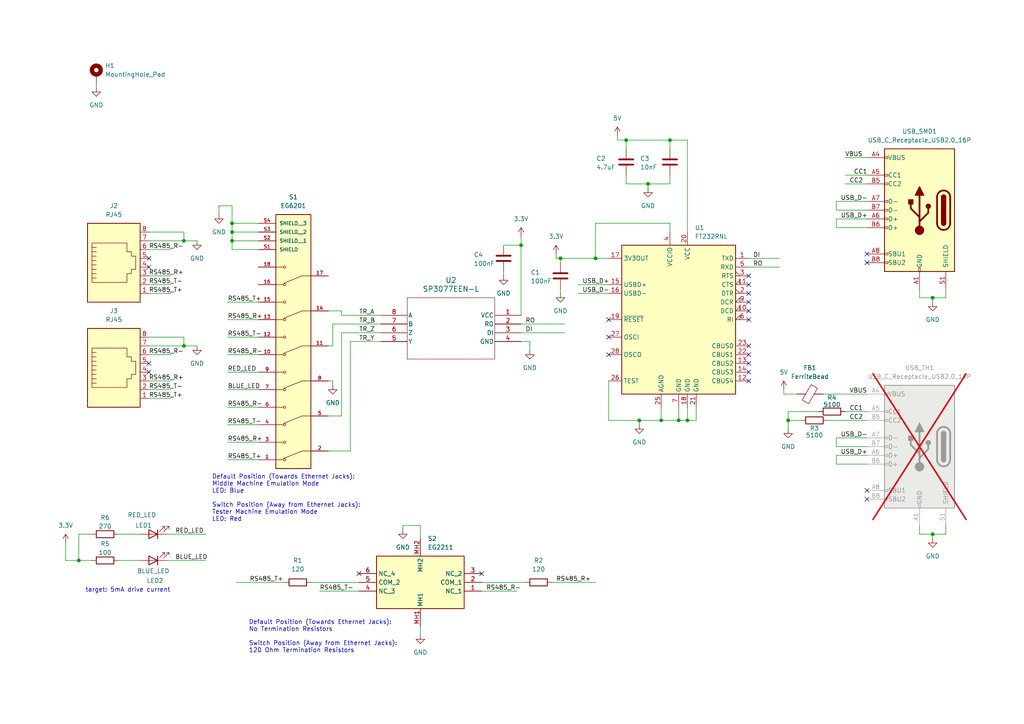
<source format=kicad_sch>
(kicad_sch (version 20250114) (generator "eeschema") (generator_version "9.0")
  (paper "A4")
  (title_block (date "2025"))
  (lib_symbols
    (symbol "2025-05-07_08-14-53:SP3077EEN-L" (pin_names (offset 0.254))
      (property "Reference" "U" (at 20.32 10.16 0))
      (property "Value" "SP3077EEN-L" (at 20.32 7.62 0))
      (symbol "SP3077EEN-L_0_1"
        (polyline (pts (xy 7.62 5.08) (xy 7.62 -12.7)) (stroke (width 0.127)))
        (polyline (pts (xy 7.62 -12.7) (xy 33.02 -12.7)) (stroke (width 0.127)))
        (polyline (pts (xy 33.02 5.08) (xy 7.62 5.08)) (stroke (width 0.127)))
        (polyline (pts (xy 33.02 -12.7) (xy 33.02 5.08)) (stroke (width 0.127)))
        (pin power_in line (at 0 0 0) (length 7.62) (name "VCC") (number "1"))
        (pin output line (at 0 -2.54 0) (length 7.62) (name "RO") (number "2"))
        (pin input line (at 0 -5.08 0) (length 7.62) (name "DI") (number "3"))
        (pin power_out line (at 0 -7.62 0) (length 7.62) (name "GND") (number "4"))
        (pin input line (at 40.64 0 180) (length 7.62) (name "A") (number "8"))
        (pin input line (at 40.64 -2.54 180) (length 7.62) (name "B") (number "7"))
        (pin output line (at 40.64 -5.08 180) (length 7.62) (name "Z") (number "6"))
        (pin output line (at 40.64 -7.62 180) (length 7.62) (name "Y") (number "5"))
      )
    )
    (symbol "Connector:RJ45" (pin_names (offset 1.016))
      (property "Reference" "J" (at -5.08 13.97 0))
      (property "Value" "RJ45" (at 2.54 13.97 0))
      (symbol "RJ45_0_1"
        (polyline (pts (xy -6.35 1.905) (xy -5.08 1.905) (xy -5.08 1.905)))
        (polyline (pts (xy -6.35 0.635) (xy -5.08 0.635) (xy -5.08 0.635)))
        (polyline (pts (xy -6.35 -0.635) (xy -5.08 -0.635) (xy -5.08 -0.635)))
        (polyline (pts (xy -6.35 -1.905) (xy -5.08 -1.905) (xy -5.08 -1.905)))
        (polyline (pts (xy -6.35 -3.175) (xy -5.08 -3.175) (xy -5.08 -3.175)))
        (polyline (pts (xy -6.35 -4.445) (xy -6.35 6.985) (xy 3.81 6.985) (xy 3.81 4.445) (xy 5.08 4.445) (xy 5.08 3.175) (xy 6.35 3.175) (xy 6.35 -0.635) (xy 5.08 -0.635) (xy 5.08 -1.905) (xy 3.81 -1.905) (xy 3.81 -4.445) (xy -6.35 -4.445) (xy -6.35 -4.445)))
        (polyline (pts (xy -5.08 5.715) (xy -6.35 5.715)))
        (polyline (pts (xy -5.08 4.445) (xy -6.35 4.445)))
        (polyline (pts (xy -5.08 3.175) (xy -6.35 3.175) (xy -6.35 3.175)))
        (rectangle (start 7.62 12.7) (end -7.62 -10.16) (stroke (width 0.254)) (fill (type background)))
      )
      (symbol "RJ45_1_1"
        (pin passive line (at 10.16 10.16 180) (length 2.54) (name "~") (number "8"))
        (pin passive line (at 10.16 7.62 180) (length 2.54) (name "~") (number "7"))
        (pin passive line (at 10.16 5.08 180) (length 2.54) (name "~") (number "6"))
        (pin passive line (at 10.16 2.54 180) (length 2.54) (name "~") (number "5"))
        (pin passive line (at 10.16 0 180) (length 2.54) (name "~") (number "4"))
        (pin passive line (at 10.16 -2.54 180) (length 2.54) (name "~") (number "3"))
        (pin passive line (at 10.16 -5.08 180) (length 2.54) (name "~") (number "2"))
        (pin passive line (at 10.16 -7.62 180) (length 2.54) (name "~") (number "1"))
      )
    )
    (symbol "Connector:USB_C_Receptacle_USB2.0_16P" (pin_names (offset 1.016))
      (property "Reference" "J" (at 0 22.225 0))
      (property "Value" "USB_C_Receptacle_USB2.0_16P" (at 0 19.685 0))
      (symbol "USB_C_Receptacle_USB2.0_16P_0_0"
        (rectangle (start -0.254 -17.78) (end 0.254 -16.764))
        (rectangle (start 10.16 15.494) (end 9.144 14.986))
        (rectangle (start 10.16 10.414) (end 9.144 9.906))
        (rectangle (start 10.16 7.874) (end 9.144 7.366))
        (rectangle (start 10.16 2.794) (end 9.144 2.286))
        (rectangle (start 10.16 0.254) (end 9.144 -0.254))
        (rectangle (start 10.16 -2.286) (end 9.144 -2.794))
        (rectangle (start 10.16 -4.826) (end 9.144 -5.334))
        (rectangle (start 10.16 -12.446) (end 9.144 -12.954))
        (rectangle (start 10.16 -14.986) (end 9.144 -15.494))
      )
      (symbol "USB_C_Receptacle_USB2.0_16P_0_1"
        (rectangle (start -10.16 17.78) (end 10.16 -17.78) (stroke (width 0.254)) (fill (type background)))
        (polyline (pts (xy -8.89 -3.81) (xy -8.89 3.81)) (stroke (width 0.508)))
        (rectangle (start -7.62 -3.81) (end -6.35 3.81) (stroke (width 0.254)) (fill (type outline)))
        (arc (start -7.62 3.81) (mid -6.985 4.4423) (end -6.35 3.81) (stroke (width 0.254)))
        (arc (start -7.62 3.81) (mid -6.985 4.4423) (end -6.35 3.81) (stroke (width 0.254)) (fill (type outline)))
        (arc (start -8.89 3.81) (mid -6.985 5.7067) (end -5.08 3.81) (stroke (width 0.508)))
        (arc (start -5.08 -3.81) (mid -6.985 -5.7067) (end -8.89 -3.81) (stroke (width 0.508)))
        (arc (start -6.35 -3.81) (mid -6.985 -4.4423) (end -7.62 -3.81) (stroke (width 0.254)))
        (arc (start -6.35 -3.81) (mid -6.985 -4.4423) (end -7.62 -3.81) (stroke (width 0.254)) (fill (type outline)))
        (polyline (pts (xy -5.08 3.81) (xy -5.08 -3.81)) (stroke (width 0.508)))
        (circle (center -2.54 1.143) (radius 0.635) (stroke (width 0.254)) (fill (type outline)))
        (polyline (pts (xy -1.27 4.318) (xy 0 6.858) (xy 1.27 4.318) (xy -1.27 4.318)) (stroke (width 0.254)) (fill (type outline)))
        (polyline (pts (xy 0 -2.032) (xy 2.54 0.508) (xy 2.54 1.778)) (stroke (width 0.508)))
        (polyline (pts (xy 0 -3.302) (xy -2.54 -0.762) (xy -2.54 0.508)) (stroke (width 0.508)))
        (polyline (pts (xy 0 -5.842) (xy 0 4.318)) (stroke (width 0.508)))
        (circle (center 0 -5.842) (radius 1.27) (fill (type outline)))
        (rectangle (start 1.905 1.778) (end 3.175 3.048) (stroke (width 0.254)) (fill (type outline)))
      )
      (symbol "USB_C_Receptacle_USB2.0_16P_1_1"
        (pin passive line (at -7.62 -22.86 90) (length 5.08) (name "SHIELD") (number "S1"))
        (pin passive line (at 0 -22.86 90) (length 5.08) (name "GND") (number "A1"))
        (pin passive line (at 0 -22.86 90) (length 5.08) (hide yes) (name "GND") (number "A12"))
        (pin passive line (at 0 -22.86 90) (length 5.08) (hide yes) (name "GND") (number "B1"))
        (pin passive line (at 0 -22.86 90) (length 5.08) (hide yes) (name "GND") (number "B12"))
        (pin passive line (at 15.24 15.24 180) (length 5.08) (name "VBUS") (number "A4"))
        (pin passive line (at 15.24 15.24 180) (length 5.08) (hide yes) (name "VBUS") (number "A9"))
        (pin passive line (at 15.24 15.24 180) (length 5.08) (hide yes) (name "VBUS") (number "B4"))
        (pin passive line (at 15.24 15.24 180) (length 5.08) (hide yes) (name "VBUS") (number "B9"))
        (pin bidirectional line (at 15.24 10.16 180) (length 5.08) (name "CC1") (number "A5"))
        (pin bidirectional line (at 15.24 7.62 180) (length 5.08) (name "CC2") (number "B5"))
        (pin bidirectional line (at 15.24 2.54 180) (length 5.08) (name "D-") (number "A7"))
        (pin bidirectional line (at 15.24 0 180) (length 5.08) (name "D-") (number "B7"))
        (pin bidirectional line (at 15.24 -2.54 180) (length 5.08) (name "D+") (number "A6"))
        (pin bidirectional line (at 15.24 -5.08 180) (length 5.08) (name "D+") (number "B6"))
        (pin bidirectional line (at 15.24 -12.7 180) (length 5.08) (name "SBU1") (number "A8"))
        (pin bidirectional line (at 15.24 -15.24 180) (length 5.08) (name "SBU2") (number "B8"))
      )
    )
    (symbol "Device:C" (pin_numbers (hide yes)) (pin_names (offset 0.254))
      (property "Reference" "C" (at 0.635 2.54 0))
      (property "Value" "C" (at 0.635 -2.54 0))
      (symbol "C_0_1"
        (polyline (pts (xy -2.032 0.762) (xy 2.032 0.762)) (stroke (width 0.508)))
        (polyline (pts (xy -2.032 -0.762) (xy 2.032 -0.762)) (stroke (width 0.508)))
      )
      (symbol "C_1_1"
        (pin passive line (at 0 3.81 270) (length 2.794) (name "~") (number "1"))
        (pin passive line (at 0 -3.81 90) (length 2.794) (name "~") (number "2"))
      )
    )
    (symbol "Device:FerriteBead" (pin_numbers (hide yes)) (pin_names (offset 0))
      (property "Reference" "FB" (at -3.81 0.635 90))
      (property "Value" "FerriteBead" (at 3.81 0 90))
      (symbol "FerriteBead_0_1"
        (polyline (pts (xy -2.7686 0.4064) (xy -1.7018 2.2606) (xy 2.7686 -0.3048) (xy 1.6764 -2.159) (xy -2.7686 0.4064)))
        (polyline (pts (xy 0 1.27) (xy 0 1.2954)))
        (polyline (pts (xy 0 -1.27) (xy 0 -1.2192)))
      )
      (symbol "FerriteBead_1_1"
        (pin passive line (at 0 3.81 270) (length 2.54) (name "~") (number "1"))
        (pin passive line (at 0 -3.81 90) (length 2.54) (name "~") (number "2"))
      )
    )
    (symbol "Device:LED" (pin_numbers (hide yes)) (pin_names (offset 1.016) (hide yes))
      (property "Reference" "D" (at 0 2.54 0))
      (property "Value" "LED" (at 0 -2.54 0))
      (symbol "LED_0_1"
        (polyline (pts (xy -3.048 -0.762) (xy -4.572 -2.286) (xy -3.81 -2.286) (xy -4.572 -2.286) (xy -4.572 -1.524)))
        (polyline (pts (xy -1.778 -0.762) (xy -3.302 -2.286) (xy -2.54 -2.286) (xy -3.302 -2.286) (xy -3.302 -1.524)))
        (polyline (pts (xy -1.27 0) (xy 1.27 0)))
        (polyline (pts (xy -1.27 -1.27) (xy -1.27 1.27)) (stroke (width 0.254)))
        (polyline (pts (xy 1.27 -1.27) (xy 1.27 1.27) (xy -1.27 0) (xy 1.27 -1.27)) (stroke (width 0.254)))
      )
      (symbol "LED_1_1"
        (pin passive line (at -3.81 0 0) (length 2.54) (name "K") (number "1"))
        (pin passive line (at 3.81 0 180) (length 2.54) (name "A") (number "2"))
      )
    )
    (symbol "Device:R" (pin_numbers (hide yes)) (pin_names (offset 0))
      (property "Reference" "R" (at 2.032 0 90))
      (property "Value" "R" (at 0 0 90))
      (symbol "R_0_1"
        (rectangle (start -1.016 -2.54) (end 1.016 2.54) (stroke (width 0.254)))
      )
      (symbol "R_1_1"
        (pin passive line (at 0 3.81 270) (length 1.27) (name "~") (number "1"))
        (pin passive line (at 0 -3.81 90) (length 1.27) (name "~") (number "2"))
      )
    )
    (symbol "EG2211:EG2211"
      (property "Reference" "S" (at 21.59 17.78 0))
      (property "Value" "EG2211" (at 21.59 15.24 0))
      (symbol "EG2211_1_1"
        (rectangle (start 5.08 12.7) (end 20.32 -12.7) (stroke (width 0.254)) (fill (type background)))
        (pin passive line (at 0 0 0) (length 5.08) (name "MH1") (number "MH1"))
        (pin passive line (at 10.16 17.78 270) (length 5.08) (name "NC_3") (number "4"))
        (pin passive line (at 10.16 -17.78 90) (length 5.08) (name "NC_1") (number "1"))
        (pin passive line (at 12.7 17.78 270) (length 5.08) (name "COM_2") (number "5"))
        (pin passive line (at 12.7 -17.78 90) (length 5.08) (name "COM_1") (number "2"))
        (pin passive line (at 15.24 17.78 270) (length 5.08) (name "NC_4") (number "6"))
        (pin passive line (at 15.24 -17.78 90) (length 5.08) (name "NC_2") (number "3"))
        (pin passive line (at 25.4 0 180) (length 5.08) (name "MH2") (number "MH2"))
      )
    )
    (symbol "EG6201:EG6201" (pin_names (offset 1.016))
      (property "Reference" "S" (at -5.08 35.56 0))
      (property "Value" "EG6201" (at -5.08 -43.18 0))
      (symbol "EG6201_0_0"
        (rectangle (start -5.08 -40.64) (end 5.08 33.02) (stroke (width 0.254)) (fill (type background)))
        (polyline (pts (xy -2.54 27.94) (xy -5.08 27.94)) (stroke (width 0.1524)))
        (polyline (pts (xy -2.54 27.94) (xy 2.794 30.0736)) (stroke (width 0.1524)))
        (polyline (pts (xy -2.54 17.78) (xy -5.08 17.78)) (stroke (width 0.1524)))
        (polyline (pts (xy -2.54 17.78) (xy 2.794 19.9136)) (stroke (width 0.1524)))
        (polyline (pts (xy -2.54 7.62) (xy -5.08 7.62)) (stroke (width 0.1524)))
        (polyline (pts (xy -2.54 7.62) (xy 2.794 9.7536)) (stroke (width 0.1524)))
        (polyline (pts (xy -2.54 -2.54) (xy -5.08 -2.54)) (stroke (width 0.1524)))
        (polyline (pts (xy -2.54 -2.54) (xy 2.794 -0.4064)) (stroke (width 0.1524)))
        (polyline (pts (xy -2.54 -12.7) (xy -5.08 -12.7)) (stroke (width 0.1524)))
        (polyline (pts (xy -2.54 -12.7) (xy 2.794 -10.5664)) (stroke (width 0.1524)))
        (polyline (pts (xy -2.54 -22.86) (xy -5.08 -22.86)) (stroke (width 0.1524)))
        (polyline (pts (xy -2.54 -22.86) (xy 2.794 -20.7264)) (stroke (width 0.1524)))
        (circle (center 2.54 30.48) (radius 0.3302) (stroke (width 0.1524)))
        (circle (center 2.54 25.4) (radius 0.3302) (stroke (width 0.1524)))
        (circle (center 2.54 20.32) (radius 0.3302) (stroke (width 0.1524)))
        (circle (center 2.54 15.24) (radius 0.3302) (stroke (width 0.1524)))
        (circle (center 2.54 10.16) (radius 0.3302) (stroke (width 0.1524)))
        (circle (center 2.54 5.08) (radius 0.3302) (stroke (width 0.1524)))
        (circle (center 2.54 0) (radius 0.3302) (stroke (width 0.1524)))
        (circle (center 2.54 -5.08) (radius 0.3302) (stroke (width 0.1524)))
        (circle (center 2.54 -10.16) (radius 0.3302) (stroke (width 0.1524)))
        (circle (center 2.54 -15.24) (radius 0.3302) (stroke (width 0.1524)))
        (circle (center 2.54 -20.32) (radius 0.3302) (stroke (width 0.1524)))
        (circle (center 2.54 -25.4) (radius 0.3302) (stroke (width 0.1524)))
        (polyline (pts (xy 5.08 30.48) (xy 2.921 30.48)) (stroke (width 0.1524)))
        (polyline (pts (xy 5.08 25.4) (xy 2.921 25.4)) (stroke (width 0.1524)))
        (polyline (pts (xy 5.08 20.32) (xy 2.921 20.32)) (stroke (width 0.1524)))
        (polyline (pts (xy 5.08 15.24) (xy 2.921 15.24)) (stroke (width 0.1524)))
        (polyline (pts (xy 5.08 10.16) (xy 2.921 10.16)) (stroke (width 0.1524)))
        (polyline (pts (xy 5.08 5.08) (xy 2.921 5.08)) (stroke (width 0.1524)))
        (polyline (pts (xy 5.08 0) (xy 2.921 0)) (stroke (width 0.1524)))
        (polyline (pts (xy 5.08 -5.08) (xy 2.921 -5.08)) (stroke (width 0.1524)))
        (polyline (pts (xy 5.08 -10.16) (xy 2.921 -10.16)) (stroke (width 0.1524)))
        (polyline (pts (xy 5.08 -15.24) (xy 2.921 -15.24)) (stroke (width 0.1524)))
        (polyline (pts (xy 5.08 -20.32) (xy 2.921 -20.32)) (stroke (width 0.1524)))
        (polyline (pts (xy 5.08 -25.4) (xy 2.921 -25.4)) (stroke (width 0.1524)))
        (pin passive line (at -10.16 27.94 0) (length 5.08) (name "~") (number "2"))
        (pin passive line (at -10.16 17.78 0) (length 5.08) (name "~") (number "5"))
        (pin passive line (at -10.16 7.62 0) (length 5.08) (name "~") (number "8"))
        (pin passive line (at -10.16 -2.54 0) (length 5.08) (name "~") (number "11"))
        (pin passive line (at -10.16 -12.7 0) (length 5.08) (name "~") (number "14"))
        (pin passive line (at -10.16 -22.86 0) (length 5.08) (name "~") (number "17"))
        (pin passive line (at 10.16 30.48 180) (length 5.08) (name "~") (number "1"))
        (pin passive line (at 10.16 25.4 180) (length 5.08) (name "~") (number "3"))
        (pin passive line (at 10.16 20.32 180) (length 5.08) (name "~") (number "4"))
        (pin passive line (at 10.16 15.24 180) (length 5.08) (name "~") (number "6"))
        (pin passive line (at 10.16 10.16 180) (length 5.08) (name "~") (number "7"))
        (pin passive line (at 10.16 5.08 180) (length 5.08) (name "~") (number "9"))
        (pin passive line (at 10.16 0 180) (length 5.08) (name "~") (number "10"))
        (pin passive line (at 10.16 -5.08 180) (length 5.08) (name "~") (number "12"))
        (pin passive line (at 10.16 -10.16 180) (length 5.08) (name "~") (number "13"))
        (pin passive line (at 10.16 -15.24 180) (length 5.08) (name "~") (number "15"))
        (pin passive line (at 10.16 -20.32 180) (length 5.08) (name "~") (number "16"))
        (pin passive line (at 10.16 -25.4 180) (length 5.08) (name "~") (number "18"))
        (pin passive line (at 10.16 -30.48 180) (length 5.08) (name "SHIELD") (number "S1"))
        (pin passive line (at 10.16 -33.02 180) (length 5.08) (name "SHIELD__1") (number "S2"))
        (pin passive line (at 10.16 -35.56 180) (length 5.08) (name "SHIELD__2") (number "S3"))
        (pin passive line (at 10.16 -38.1 180) (length 5.08) (name "SHIELD__3") (number "S4"))
      )
    )
    (symbol "Interface_USB:FT232RL"
      (property "Reference" "U" (at -16.51 22.86 0))
      (property "Value" "FT232RL" (at 10.16 22.86 0))
      (symbol "FT232RL_0_1"
        (rectangle (start -16.51 21.59) (end 16.51 -21.59) (stroke (width 0.254)) (fill (type background)))
      )
      (symbol "FT232RL_1_1"
        (pin power_out line (at -20.32 17.78 0) (length 3.81) (name "3V3OUT") (number "17"))
        (pin bidirectional line (at -20.32 10.16 0) (length 3.81) (name "USBD+") (number "15"))
        (pin bidirectional line (at -20.32 7.62 0) (length 3.81) (name "USBD-") (number "16"))
        (pin input line (at -20.32 0 0) (length 3.81) (name "~{RESET}") (number "19"))
        (pin input line (at -20.32 -5.08 0) (length 3.81) (name "OSCI") (number "27"))
        (pin output line (at -20.32 -10.16 0) (length 3.81) (name "OSCO") (number "28"))
        (pin input line (at -20.32 -17.78 0) (length 3.81) (name "TEST") (number "26"))
        (pin power_in line (at -5.08 -25.4 90) (length 3.81) (name "AGND") (number "25"))
        (pin power_in line (at -2.54 25.4 270) (length 3.81) (name "VCCIO") (number "4"))
        (pin power_in line (at 0 -25.4 90) (length 3.81) (name "GND") (number "7"))
        (pin power_in line (at 2.54 25.4 270) (length 3.81) (name "VCC") (number "20"))
        (pin power_in line (at 2.54 -25.4 90) (length 3.81) (name "GND") (number "18"))
        (pin power_in line (at 5.08 -25.4 90) (length 3.81) (name "GND") (number "21"))
        (pin output line (at 20.32 17.78 180) (length 3.81) (name "TXD") (number "1"))
        (pin input line (at 20.32 15.24 180) (length 3.81) (name "RXD") (number "5"))
        (pin output output_low (at 20.32 12.7 180) (length 3.81) (name "RTS") (number "3"))
        (pin input input_low (at 20.32 10.16 180) (length 3.81) (name "CTS") (number "11"))
        (pin output output_low (at 20.32 7.62 180) (length 3.81) (name "DTR") (number "2"))
        (pin input input_low (at 20.32 5.08 180) (length 3.81) (name "DCR") (number "9"))
        (pin input input_low (at 20.32 2.54 180) (length 3.81) (name "DCD") (number "10"))
        (pin input input_low (at 20.32 0 180) (length 3.81) (name "RI") (number "6"))
        (pin bidirectional line (at 20.32 -7.62 180) (length 3.81) (name "CBUS0") (number "23"))
        (pin bidirectional line (at 20.32 -10.16 180) (length 3.81) (name "CBUS1") (number "22"))
        (pin bidirectional line (at 20.32 -12.7 180) (length 3.81) (name "CBUS2") (number "13"))
        (pin bidirectional line (at 20.32 -15.24 180) (length 3.81) (name "CBUS3") (number "14"))
        (pin bidirectional line (at 20.32 -17.78 180) (length 3.81) (name "CBUS4") (number "12"))
      )
    )
    (symbol "Mechanical:MountingHole_Pad" (pin_numbers (hide yes)) (pin_names (offset 1.016) (hide yes)) (in_bom no)
      (property "Reference" "H" (at 0 6.35 0))
      (property "Value" "MountingHole_Pad" (at 0 4.445 0))
      (symbol "MountingHole_Pad_0_1"
        (circle (center 0 1.27) (radius 1.27) (stroke (width 1.27)))
      )
      (symbol "MountingHole_Pad_1_1"
        (pin input line (at 0 -2.54 90) (length 2.54) (name "1") (number "1"))
      )
    )
    (symbol "power:+3.3V" (power) (pin_numbers (hide yes)) (pin_names (offset 0) (hide yes))
      (property "Value" "+3.3V" (at 0 3.556 0))
      (symbol "+3.3V_0_1"
        (polyline (pts (xy -0.762 1.27) (xy 0 2.54)))
        (polyline (pts (xy 0 2.54) (xy 0.762 1.27)))
        (polyline (pts (xy 0 0) (xy 0 2.54)))
      )
      (symbol "+3.3V_1_1"
        (pin power_in line (at 0 0 90) (length 0) (name "~") (number "1"))
      )
    )
    (symbol "power:+5V" (power) (pin_numbers (hide yes)) (pin_names (offset 0) (hide yes))
      (property "Value" "+5V" (at 0 3.556 0))
      (symbol "+5V_0_1"
        (polyline (pts (xy -0.762 1.27) (xy 0 2.54)))
        (polyline (pts (xy 0 2.54) (xy 0.762 1.27)))
        (polyline (pts (xy 0 0) (xy 0 2.54)))
      )
      (symbol "+5V_1_1"
        (pin power_in line (at 0 0 90) (length 0) (name "~") (number "1"))
      )
    )
    (symbol "power:GND" (power) (pin_numbers (hide yes)) (pin_names (offset 0) (hide yes))
      (property "Value" "GND" (at 0 -3.81 0))
      (symbol "GND_0_1"
        (polyline (pts (xy 0 0) (xy 0 -1.27) (xy 1.27 -1.27) (xy 0 -2.54) (xy -1.27 -1.27) (xy 0 -1.27)))
      )
      (symbol "GND_1_1"
        (pin power_in line (at 0 0 270) (length 0) (name "~") (number "1"))
      )
    )
  )
  (text "Default Position (Towards Ethernet Jacks):\nMiddle Machine Emulation Mode\nLED: Blue\n\nSwitch Position (Away from Ethernet Jacks):\nTester Machine Emulation Mode\nLED: Red" (at 61.468 144.526 0) (effects (font (size 1.27 1.27)) (justify left)))
  (text "target: 5mA drive current" (at 37.084 171.196 0) (effects (font (size 1.27 1.27))))
  (text "Default Position (Towards Ethernet Jacks):\nNo Termination Resistors\n\nSwitch Position (Away from Ethernet Jacks):\n120 Ohm Termination Resistors\n" (at 72.136 184.658 0) (effects (font (size 1.27 1.27)) (justify left)))
  (junction (at 181.61 40.64))
  (junction (at 228.6 121.92))
  (junction (at 67.31 64.77))
  (junction (at 270.51 86.36))
  (junction (at 187.96 53.34))
  (junction (at 22.86 162.56))
  (junction (at 151.13 71.12))
  (junction (at 199.39 121.92))
  (junction (at 162.56 74.93))
  (junction (at 196.85 121.92))
  (junction (at 194.31 40.64))
  (junction (at 53.34 69.85))
  (junction (at 53.34 100.33))
  (junction (at 185.42 121.92))
  (junction (at 191.77 121.92))
  (junction (at 67.31 67.31))
  (junction (at 172.72 74.93))
  (junction (at 270.51 154.94))
  (junction (at 67.31 69.85))
  (no_connect (at 217.17 82.55))
  (no_connect (at 217.17 87.63))
  (no_connect (at 43.18 107.95))
  (no_connect (at 217.17 105.41))
  (no_connect (at 217.17 102.87))
  (no_connect (at 176.53 97.79))
  (no_connect (at 251.46 76.2))
  (no_connect (at 104.14 166.37))
  (no_connect (at 43.18 77.47))
  (no_connect (at 217.17 90.17))
  (no_connect (at 217.17 100.33))
  (no_connect (at 176.53 92.71))
  (no_connect (at 139.7 166.37))
  (no_connect (at 251.46 144.78))
  (no_connect (at 217.17 80.01))
  (no_connect (at 251.46 73.66))
  (no_connect (at 217.17 85.09))
  (no_connect (at 217.17 92.71))
  (no_connect (at 176.53 102.87))
  (no_connect (at 217.17 107.95))
  (no_connect (at 217.17 110.49))
  (no_connect (at 251.46 142.24))
  (no_connect (at 43.18 105.41))
  (no_connect (at 43.18 74.93))
  (wire (pts (xy 194.31 50.8) (xy 194.31 53.34)))
  (wire (pts (xy 217.17 74.93) (xy 226.06 74.93)))
  (wire (pts (xy 151.13 68.58) (xy 151.13 71.12)))
  (wire (pts (xy 270.51 154.94) (xy 274.32 154.94)))
  (wire (pts (xy 167.64 85.09) (xy 176.53 85.09)))
  (wire (pts (xy 153.67 99.06) (xy 151.13 99.06)))
  (wire (pts (xy 53.34 100.33) (xy 57.15 100.33)))
  (wire (pts (xy 67.31 59.69) (xy 63.5 59.69)))
  (wire (pts (xy 101.6 99.06) (xy 101.6 130.81)))
  (wire (pts (xy 53.34 69.85) (xy 57.15 69.85)))
  (wire (pts (xy 179.07 40.64) (xy 181.61 40.64)))
  (wire (pts (xy 172.72 64.77) (xy 172.72 74.93)))
  (wire (pts (xy 66.04 113.03) (xy 74.93 113.03)))
  (wire (pts (xy 176.53 110.49) (xy 176.53 121.92)))
  (wire (pts (xy 66.04 97.79) (xy 74.93 97.79)))
  (wire (pts (xy 139.7 168.91) (xy 152.4 168.91)))
  (wire (pts (xy 96.52 93.98) (xy 96.52 100.33)))
  (wire (pts (xy 43.18 80.01) (xy 49.53 80.01)))
  (wire (pts (xy 242.57 66.04) (xy 251.46 66.04)))
  (wire (pts (xy 96.52 111.76) (xy 96.52 110.49)))
  (wire (pts (xy 191.77 121.92) (xy 185.42 121.92)))
  (wire (pts (xy 63.5 59.69) (xy 63.5 62.23)))
  (wire (pts (xy 67.31 64.77) (xy 67.31 67.31)))
  (wire (pts (xy 245.11 50.8) (xy 251.46 50.8)))
  (wire (pts (xy 242.57 127) (xy 242.57 129.54)))
  (wire (pts (xy 151.13 96.52) (xy 163.83 96.52)))
  (wire (pts (xy 270.51 86.36) (xy 274.32 86.36)))
  (wire (pts (xy 181.61 40.64) (xy 194.31 40.64)))
  (wire (pts (xy 266.7 152.4) (xy 266.7 154.94)))
  (wire (pts (xy 161.29 74.93) (xy 162.56 74.93)))
  (wire (pts (xy 196.85 121.92) (xy 191.77 121.92)))
  (wire (pts (xy 237.49 119.38) (xy 228.6 119.38)))
  (wire (pts (xy 242.57 134.62) (xy 251.46 134.62)))
  (wire (pts (xy 266.7 86.36) (xy 270.51 86.36)))
  (wire (pts (xy 22.86 162.56) (xy 19.05 162.56)))
  (wire (pts (xy 66.04 107.95) (xy 74.93 107.95)))
  (wire (pts (xy 26.67 154.94) (xy 22.86 154.94)))
  (wire (pts (xy 162.56 74.93) (xy 172.72 74.93)))
  (wire (pts (xy 146.05 78.74) (xy 146.05 80.01)))
  (wire (pts (xy 274.32 154.94) (xy 274.32 152.4)))
  (wire (pts (xy 251.46 127) (xy 242.57 127)))
  (wire (pts (xy 201.93 121.92) (xy 199.39 121.92)))
  (wire (pts (xy 187.96 54.61) (xy 187.96 53.34)))
  (wire (pts (xy 121.92 152.4) (xy 121.92 156.21)))
  (wire (pts (xy 232.41 121.92) (xy 228.6 121.92)))
  (wire (pts (xy 99.06 91.44) (xy 110.49 91.44)))
  (wire (pts (xy 194.31 64.77) (xy 172.72 64.77)))
  (wire (pts (xy 153.67 101.6) (xy 153.67 99.06)))
  (wire (pts (xy 151.13 71.12) (xy 151.13 91.44)))
  (wire (pts (xy 66.04 92.71) (xy 74.93 92.71)))
  (wire (pts (xy 43.18 115.57) (xy 49.53 115.57)))
  (wire (pts (xy 242.57 129.54) (xy 251.46 129.54)))
  (wire (pts (xy 99.06 90.17) (xy 95.25 90.17)))
  (wire (pts (xy 53.34 97.79) (xy 53.34 100.33)))
  (wire (pts (xy 121.92 181.61) (xy 121.92 184.15)))
  (wire (pts (xy 227.33 114.3) (xy 227.33 113.03)))
  (wire (pts (xy 101.6 130.81) (xy 95.25 130.81)))
  (wire (pts (xy 266.7 83.82) (xy 266.7 86.36)))
  (wire (pts (xy 274.32 86.36) (xy 274.32 83.82)))
  (wire (pts (xy 22.86 154.94) (xy 22.86 162.56)))
  (wire (pts (xy 181.61 53.34) (xy 187.96 53.34)))
  (wire (pts (xy 34.29 154.94) (xy 40.64 154.94)))
  (wire (pts (xy 43.18 82.55) (xy 49.53 82.55)))
  (wire (pts (xy 66.04 133.35) (xy 74.93 133.35)))
  (wire (pts (xy 67.31 67.31) (xy 74.93 67.31)))
  (wire (pts (xy 162.56 76.2) (xy 162.56 74.93)))
  (wire (pts (xy 179.07 39.37) (xy 179.07 40.64)))
  (wire (pts (xy 199.39 40.64) (xy 194.31 40.64)))
  (wire (pts (xy 101.6 99.06) (xy 110.49 99.06)))
  (wire (pts (xy 53.34 67.31) (xy 53.34 69.85)))
  (wire (pts (xy 199.39 67.31) (xy 199.39 40.64)))
  (wire (pts (xy 67.31 69.85) (xy 74.93 69.85)))
  (wire (pts (xy 270.51 154.94) (xy 270.51 156.21)))
  (wire (pts (xy 43.18 85.09) (xy 49.53 85.09)))
  (wire (pts (xy 176.53 121.92) (xy 185.42 121.92)))
  (wire (pts (xy 116.84 153.67) (xy 116.84 152.4)))
  (wire (pts (xy 67.31 67.31) (xy 67.31 69.85)))
  (wire (pts (xy 245.11 119.38) (xy 251.46 119.38)))
  (wire (pts (xy 191.77 118.11) (xy 191.77 121.92)))
  (wire (pts (xy 43.18 102.87) (xy 49.53 102.87)))
  (wire (pts (xy 34.29 162.56) (xy 40.64 162.56)))
  (wire (pts (xy 67.31 64.77) (xy 67.31 59.69)))
  (wire (pts (xy 240.03 121.92) (xy 251.46 121.92)))
  (wire (pts (xy 238.76 114.3) (xy 251.46 114.3)))
  (wire (pts (xy 270.51 86.36) (xy 270.51 87.63)))
  (wire (pts (xy 251.46 58.42) (xy 242.57 58.42)))
  (wire (pts (xy 99.06 120.65) (xy 95.25 120.65)))
  (wire (pts (xy 242.57 132.08) (xy 242.57 134.62)))
  (wire (pts (xy 251.46 63.5) (xy 242.57 63.5)))
  (wire (pts (xy 181.61 43.18) (xy 181.61 40.64)))
  (wire (pts (xy 139.7 171.45) (xy 149.86 171.45)))
  (wire (pts (xy 161.29 73.66) (xy 161.29 74.93)))
  (wire (pts (xy 26.67 162.56) (xy 22.86 162.56)))
  (wire (pts (xy 67.31 64.77) (xy 74.93 64.77)))
  (wire (pts (xy 99.06 96.52) (xy 99.06 120.65)))
  (wire (pts (xy 242.57 63.5) (xy 242.57 66.04)))
  (wire (pts (xy 217.17 77.47) (xy 226.06 77.47)))
  (wire (pts (xy 196.85 118.11) (xy 196.85 121.92)))
  (wire (pts (xy 162.56 83.82) (xy 162.56 85.09)))
  (wire (pts (xy 199.39 118.11) (xy 199.39 121.92)))
  (wire (pts (xy 43.18 97.79) (xy 53.34 97.79)))
  (wire (pts (xy 242.57 58.42) (xy 242.57 60.96)))
  (wire (pts (xy 172.72 74.93) (xy 176.53 74.93)))
  (wire (pts (xy 266.7 154.94) (xy 270.51 154.94)))
  (wire (pts (xy 228.6 121.92) (xy 228.6 124.46)))
  (wire (pts (xy 43.18 69.85) (xy 53.34 69.85)))
  (wire (pts (xy 116.84 152.4) (xy 121.92 152.4)))
  (wire (pts (xy 251.46 132.08) (xy 242.57 132.08)))
  (wire (pts (xy 245.11 45.72) (xy 251.46 45.72)))
  (wire (pts (xy 66.04 128.27) (xy 74.93 128.27)))
  (wire (pts (xy 48.26 162.56) (xy 59.69 162.56)))
  (wire (pts (xy 95.25 100.33) (xy 96.52 100.33)))
  (wire (pts (xy 185.42 121.92) (xy 185.42 123.19)))
  (wire (pts (xy 194.31 40.64) (xy 194.31 43.18)))
  (wire (pts (xy 19.05 162.56) (xy 19.05 157.48)))
  (wire (pts (xy 43.18 67.31) (xy 53.34 67.31)))
  (wire (pts (xy 90.17 168.91) (xy 104.14 168.91)))
  (wire (pts (xy 245.11 53.34) (xy 251.46 53.34)))
  (wire (pts (xy 151.13 71.12) (xy 146.05 71.12)))
  (wire (pts (xy 48.26 154.94) (xy 59.69 154.94)))
  (wire (pts (xy 199.39 121.92) (xy 196.85 121.92)))
  (wire (pts (xy 96.52 93.98) (xy 110.49 93.98)))
  (wire (pts (xy 242.57 60.96) (xy 251.46 60.96)))
  (wire (pts (xy 228.6 119.38) (xy 228.6 121.92)))
  (wire (pts (xy 92.71 171.45) (xy 104.14 171.45)))
  (wire (pts (xy 231.14 114.3) (xy 227.33 114.3)))
  (wire (pts (xy 43.18 110.49) (xy 49.53 110.49)))
  (wire (pts (xy 43.18 100.33) (xy 53.34 100.33)))
  (wire (pts (xy 66.04 118.11) (xy 74.93 118.11)))
  (wire (pts (xy 99.06 91.44) (xy 99.06 90.17)))
  (wire (pts (xy 160.02 168.91) (xy 172.72 168.91)))
  (wire (pts (xy 181.61 50.8) (xy 181.61 53.34)))
  (wire (pts (xy 27.94 24.13) (xy 27.94 25.4)))
  (wire (pts (xy 43.18 72.39) (xy 49.53 72.39)))
  (wire (pts (xy 74.93 72.39) (xy 67.31 72.39)))
  (wire (pts (xy 194.31 67.31) (xy 194.31 64.77)))
  (wire (pts (xy 194.31 53.34) (xy 187.96 53.34)))
  (wire (pts (xy 66.04 123.19) (xy 74.93 123.19)))
  (wire (pts (xy 167.64 82.55) (xy 176.53 82.55)))
  (wire (pts (xy 66.04 102.87) (xy 74.93 102.87)))
  (wire (pts (xy 96.52 110.49) (xy 95.25 110.49)))
  (wire (pts (xy 201.93 118.11) (xy 201.93 121.92)))
  (wire (pts (xy 68.58 168.91) (xy 82.55 168.91)))
  (wire (pts (xy 99.06 96.52) (xy 110.49 96.52)))
  (wire (pts (xy 67.31 69.85) (xy 67.31 72.39)))
  (wire (pts (xy 43.18 113.03) (xy 49.53 113.03)))
  (wire (pts (xy 151.13 93.98) (xy 163.83 93.98)))
  (wire (pts (xy 66.04 87.63) (xy 74.93 87.63)))
  (label "USB_D-" (at 243.84 58.42 0))
  (label "CC1" (at 246.38 119.38 0))
  (label "RO" (at 218.44 77.47 0))
  (label "DI" (at 218.44 74.93 0))
  (label "RS485_R+" (at 66.04 92.71 0))
  (label "CC2" (at 246.38 53.34 0))
  (label "DI" (at 152.4 96.52 0))
  (label "RS485_R-" (at 66.04 102.87 0))
  (label "RS485_T+" (at 66.04 87.63 0))
  (label "RS485_R+" (at 66.04 128.27 0))
  (label "USB_D+" (at 243.84 63.5 0))
  (label "RS485_R+" (at 43.18 110.49 0))
  (label "TR_B" (at 104.14 93.98 0))
  (label "TR_Y" (at 104.14 99.06 0))
  (label "RS485_R-" (at 43.18 102.87 0))
  (label "RED_LED" (at 66.04 107.95 0))
  (label "TR_Z" (at 104.14 96.52 0))
  (label "BLUE_LED" (at 66.04 113.03 0))
  (label "VBUS" (at 246.38 114.3 0))
  (label "USB_D+" (at 168.91 82.55 0))
  (label "USB_D-" (at 243.84 127 0))
  (label "USB_D+" (at 243.84 132.08 0))
  (label "RS485_T+" (at 72.39 168.91 0))
  (label "RS485_R+" (at 43.18 80.01 0))
  (label "RS485_T-" (at 66.04 123.19 0))
  (label "RS485_T+" (at 43.18 115.57 0))
  (label "RS485_T+" (at 66.04 133.35 0))
  (label "RS485_R-" (at 140.97 171.45 0))
  (label "RS485_R-" (at 43.18 72.39 0))
  (label "CC1" (at 247.65 50.8 0))
  (label "RS485_T-" (at 92.71 171.45 0))
  (label "TR_A" (at 104.14 91.44 0))
  (label "RS485_R+" (at 161.29 168.91 0))
  (label "RO" (at 152.4 93.98 0))
  (label "RS485_R-" (at 66.04 118.11 0))
  (label "USB_D-" (at 168.91 85.09 0))
  (label "RS485_T-" (at 43.18 82.55 0))
  (label "VBUS" (at 245.11 45.72 0))
  (label "BLUE_LED" (at 50.8 162.56 0))
  (label "RS485_T-" (at 43.18 113.03 0))
  (label "RS485_T+" (at 43.18 85.09 0))
  (label "CC2" (at 246.38 121.92 0))
  (label "RED_LED" (at 50.8 154.94 0))
  (label "RS485_T-" (at 66.04 97.79 0))
  (symbol (lib_id "Interface_USB:FT232RL") (at 196.85 92.71 0) (unit 1)
    (property "Reference" "U1" (at 201.5333 66.04 0) (effects (justify left)))
    (property "Value" "FT232RNL" (at 201.5333 68.58 0) (effects (justify left)))
    (property "Footprint" "Package_SO:SSOP-28_5.3x10.2mm_P0.65mm" (effects (hide yes)))
    (property "Datasheet" "https://www.ftdichip.com/Support/Documents/DataSheets/ICs/DS_FT232R.pdf" (effects (hide yes)))
    (property "Description" "USB to Serial Interface, SSOP-28" (effects (hide yes)))
    (property "Manufacturer_DIGIKEY" "FTDI" (effects (hide yes)))
    (property "PN_DIGIKEY" "FT232RNL-TUBE" (effects (hide yes)))
    (property "Manufacturer_ASIA" "FTDI" (effects (hide yes)))
    (property "PN_ASIA" "FT232RNL-REEL" (effects (hide yes)))
  )
  (symbol (lib_id "Device:R") (at 156.21 168.91 270) (unit 1)
    (property "Reference" "R2" (at 156.21 162.56 90))
    (property "Value" "120" (at 156.21 165.1 90))
    (property "Footprint" "Resistor_SMD:R_0603_1608Metric_Pad0.98x0.95mm_HandSolder" (effects (hide yes)))
    (property "Description" "Resistor" (effects (hide yes)))
    (property "Manufacturer_DIGIKEY" "Vishay Dale" (effects (hide yes)))
    (property "PN_DIGIKEY" "CRCW0603120RFKEA" (effects (hide yes)))
    (property "Manufacturer_ASIA" "UNI-ROYAL(Uniroyal Elec)" (effects (hide yes)))
    (property "PN_ASIA" "0603WAF1200T5E" (effects (hide yes)))
  )
  (symbol (lib_id "Connector:RJ45") (at 33.02 107.95 0) (unit 1)
    (property "Reference" "J3" (at 33.02 90.17 0))
    (property "Value" "RJ45" (at 33.02 92.71 0))
    (property "Footprint" "Connector_RJ:RJ45_Amphenol_54602-x08_Horizontal" (effects (hide yes)))
    (property "Description" "RJ connector, 8P8C (8 positions 8 connected)" (effects (hide yes)))
    (property "Manufacturer_DIGIKEY" "Amphenol ICC (FCI)" (effects (hide yes)))
    (property "PN_DIGIKEY" "54602-908LF" (effects (hide yes)))
    (property "Manufacturer_ASIA" "Amphenol ICC" (effects (hide yes)))
    (property "PN_ASIA" "54602-908LF" (effects (hide yes)))
  )
  (symbol (lib_id "power:GND") (at 146.05 80.01 0) (unit 1)
    (property "Reference" "#PWR019" (effects (hide yes)))
    (property "Value" "GND" (at 146.05 85.09 0))
    (property "Description" "Power symbol creates a global label with name \"GND\" , ground" (effects (hide yes)))
  )
  (symbol (lib_id "power:GND") (at 27.94 25.4 0) (unit 1)
    (property "Reference" "#PWR020" (effects (hide yes)))
    (property "Value" "GND" (at 27.94 30.48 0))
    (property "Description" "Power symbol creates a global label with name \"GND\" , ground" (effects (hide yes)))
  )
  (symbol (lib_id "Device:C") (at 162.56 80.01 0) (unit 1)
    (property "Reference" "C1" (at 153.924 78.994 0) (effects (justify left)))
    (property "Value" "100nF" (at 153.924 81.534 0) (effects (justify left)))
    (property "Footprint" "Capacitor_SMD:C_0603_1608Metric_Pad1.08x0.95mm_HandSolder" (effects (hide yes)))
    (property "Description" "Unpolarized capacitor" (effects (hide yes)))
    (property "Manufacturer_DIGIKEY" "YAGEO" (effects (hide yes)))
    (property "PN_DIGIKEY" "CC0603KRX7R7BB104" (effects (hide yes)))
    (property "Manufacturer_ASIA" "YAGEO" (effects (hide yes)))
    (property "PN_ASIA" "CC0603KRX7R9BB104" (effects (hide yes)))
  )
  (symbol (lib_id "power:GND") (at 96.52 111.76 0) (unit 1)
    (property "Reference" "#PWR04" (effects (hide yes)))
    (property "Value" "GND" (at 96.52 116.84 0))
    (property "Description" "Power symbol creates a global label with name \"GND\" , ground" (effects (hide yes)))
  )
  (symbol (lib_id "Device:R") (at 236.22 121.92 90) (unit 1)
    (property "Reference" "R3" (at 236.22 124.206 90))
    (property "Value" "5100" (at 236.22 126.238 90))
    (property "Footprint" "Resistor_SMD:R_0603_1608Metric_Pad0.98x0.95mm_HandSolder" (effects (hide yes)))
    (property "Description" "Resistor" (effects (hide yes)))
    (property "Manufacturer_DIGIKEY" "Vishay Dale" (effects (hide yes)))
    (property "PN_DIGIKEY" "RCS06035K10FKEA" (effects (hide yes)))
    (property "Manufacturer_ASIA" "UNI-ROYAL(Uniroyal Elec)" (effects (hide yes)))
    (property "PN_ASIA" "0603WAF5101T5E" (effects (hide yes)))
  )
  (symbol (lib_id "Device:FerriteBead") (at 234.95 114.3 90) (unit 1)
    (property "Reference" "FB1" (at 234.8992 106.68 90))
    (property "Value" "FerriteBead" (at 234.8992 109.22 90))
    (property "Footprint" "Inductor_SMD:L_0805_2012Metric_Pad1.05x1.20mm_HandSolder" (effects (hide yes)))
    (property "Description" "Ferrite bead" (effects (hide yes)))
    (property "Manufacturer_DIGIKEY" "Würth Elektronik" (effects (hide yes)))
    (property "PN_DIGIKEY" "74279207" (effects (hide yes)))
    (property "Manufacturer_ASIA" "Sunlord" (effects (hide yes)))
    (property "PN_ASIA" "GZ2012D101TF" (effects (hide yes)))
  )
  (symbol (lib_id "power:GND") (at 270.51 87.63 0) (unit 1)
    (property "Reference" "#PWR010" (effects (hide yes)))
    (property "Value" "GND" (at 270.51 92.71 0))
    (property "Description" "Power symbol creates a global label with name \"GND\" , ground" (effects (hide yes)))
  )
  (symbol (lib_id "Device:R") (at 241.3 119.38 90) (unit 1)
    (property "Reference" "R4" (at 241.3 115.316 90))
    (property "Value" "5100" (at 241.3 117.348 90))
    (property "Footprint" "Resistor_SMD:R_0603_1608Metric_Pad0.98x0.95mm_HandSolder" (effects (hide yes)))
    (property "Description" "Resistor" (effects (hide yes)))
    (property "Manufacturer_DIGIKEY" "Vishay Dale" (effects (hide yes)))
    (property "PN_DIGIKEY" "RCS06035K10FKEA" (effects (hide yes)))
    (property "Manufacturer_ASIA" "UNI-ROYAL(Uniroyal Elec)" (effects (hide yes)))
    (property "PN_ASIA" "0603WAF5101T5E" (effects (hide yes)))
  )
  (symbol (lib_id "power:GND") (at 270.51 156.21 0) (unit 1)
    (property "Reference" "#PWR09" (effects (hide yes)))
    (property "Value" "GND" (at 270.51 161.29 0))
    (property "Description" "Power symbol creates a global label with name \"GND\" , ground" (effects (hide yes)))
  )
  (symbol (lib_id "Device:LED") (at 44.45 154.94 180) (unit 1)
    (property "Reference" "LED1" (at 41.656 152.4 0))
    (property "Value" "RED_LED" (at 41.148 149.352 0))
    (property "Footprint" "LED_SMD:LED_0603_1608Metric_Pad1.05x0.95mm_HandSolder" (effects (hide yes)))
    (property "Description" "Light emitting diode" (effects (hide yes)))
    (property "Sim.Pins" "1=K 2=A" (effects (hide yes)))
    (property "Manufacturer_DIGIKEY" "Lite-On Inc." (effects (hide yes)))
    (property "PN_DIGIKEY" "LTST-C191KRKT" (effects (hide yes)))
    (property "Manufacturer_ASIA" "XINGLIGHT" (effects (hide yes)))
    (property "PN_ASIA" "XL-1608SURC-06" (effects (hide yes)))
  )
  (symbol (lib_id "power:GND") (at 162.56 85.09 0) (unit 1)
    (property "Reference" "#PWR011" (effects (hide yes)))
    (property "Value" "GND" (at 162.56 90.17 0))
    (property "Description" "Power symbol creates a global label with name \"GND\" , ground" (effects (hide yes)))
  )
  (symbol (lib_id "Connector:USB_C_Receptacle_USB2.0_16P") (at 266.7 60.96 0) (mirror y) (unit 1)
    (property "Reference" "USB_SMD1" (at 266.7 38.1 0))
    (property "Value" "USB_C_Receptacle_USB2.0_16P" (at 266.7 40.64 0))
    (property "Footprint" "Connector_USB:USB_C_Receptacle_GCT_USB4105-xx-A_16P_TopMnt_Horizontal" (effects (hide yes)))
    (property "Datasheet" "https://www.usb.org/sites/default/files/documents/usb_type-c.zip" (effects (hide yes)))
    (property "Description" "USB 2.0-only 16P Type-C Receptacle connector" (effects (hide yes)))
    (property "Manufacturer_DIGIKEY" "GCT" (effects (hide yes)))
    (property "PN_DIGIKEY" "USB4105-GF-A" (effects (hide yes)))
    (property "Manufacturer_ASIA" "Korean Hroparts Elec" (effects (hide yes)))
    (property "PN_ASIA" "TYPE-C-31-M-12" (effects (hide yes)))
  )
  (symbol (lib_id "power:+3.3V") (at 161.29 73.66 0) (unit 1)
    (property "Reference" "#PWR015" (effects (hide yes)))
    (property "Value" "3.3V" (at 161.29 68.58 0))
    (property "Description" "Power symbol creates a global label with name \"+3.3V\"" (effects (hide yes)))
  )
  (symbol (lib_id "power:GND") (at 116.84 153.67 0) (unit 1)
    (property "Reference" "#PWR06" (effects (hide yes)))
    (property "Value" "GND" (at 116.84 158.75 0))
    (property "Description" "Power symbol creates a global label with name \"GND\" , ground" (effects (hide yes)))
  )
  (symbol (lib_id "power:GND") (at 187.96 54.61 0) (unit 1)
    (property "Reference" "#PWR016" (effects (hide yes)))
    (property "Value" "GND" (at 187.96 59.69 0))
    (property "Description" "Power symbol creates a global label with name \"GND\" , ground" (effects (hide yes)))
  )
  (symbol (lib_id "power:GND") (at 121.92 184.15 0) (unit 1)
    (property "Reference" "#PWR05" (effects (hide yes)))
    (property "Value" "GND" (at 121.92 189.23 0))
    (property "Description" "Power symbol creates a global label with name \"GND\" , ground" (effects (hide yes)))
  )
  (symbol (lib_id "power:GND") (at 153.67 101.6 0) (unit 1)
    (property "Reference" "#PWR07" (effects (hide yes)))
    (property "Value" "GND" (at 153.67 106.68 0))
    (property "Description" "Power symbol creates a global label with name \"GND\" , ground" (effects (hide yes)))
  )
  (symbol (lib_id "power:GND") (at 185.42 123.19 0) (unit 1)
    (property "Reference" "#PWR08" (effects (hide yes)))
    (property "Value" "GND" (at 185.42 128.27 0))
    (property "Description" "Power symbol creates a global label with name \"GND\" , ground" (effects (hide yes)))
  )
  (symbol (lib_id "Device:C") (at 194.31 46.99 0) (unit 1)
    (property "Reference" "C3" (at 185.674 45.974 0) (effects (justify left)))
    (property "Value" "10nF" (at 185.674 48.514 0) (effects (justify left)))
    (property "Footprint" "Capacitor_SMD:C_0603_1608Metric_Pad1.08x0.95mm_HandSolder" (effects (hide yes)))
    (property "Description" "Unpolarized capacitor" (effects (hide yes)))
    (property "Manufacturer_DIGIKEY" "Yageo" (effects (hide yes)))
    (property "PN_DIGIKEY" "CC0603KRX7R9BB103" (effects (hide yes)))
    (property "Manufacturer_ASIA" "FH (Guangdong Fenghua Advanced Tech)" (effects (hide yes)))
    (property "PN_ASIA" "0603B103K500NT" (effects (hide yes)))
  )
  (symbol (lib_id "Device:R") (at 30.48 162.56 90) (unit 1)
    (property "Reference" "R5" (at 30.48 157.734 90))
    (property "Value" "100" (at 30.48 160.274 90))
    (property "Footprint" "Resistor_SMD:R_0603_1608Metric_Pad0.98x0.95mm_HandSolder" (effects (hide yes)))
    (property "Description" "Resistor" (effects (hide yes)))
    (property "Manufacturer_DIGIKEY" "Vishay Dale" (effects (hide yes)))
    (property "PN_DIGIKEY" "RCS0603100RFKEA" (effects (hide yes)))
    (property "Manufacturer_ASIA" "UNI-ROYAL(Uniroyal Elec)" (effects (hide yes)))
    (property "PN_ASIA" "0603WAF1000T5E" (effects (hide yes)))
  )
  (symbol (lib_id "Connector:RJ45") (at 33.02 77.47 0) (unit 1)
    (property "Reference" "J2" (at 33.02 59.69 0))
    (property "Value" "RJ45" (at 33.02 62.23 0))
    (property "Footprint" "Connector_RJ:RJ45_Amphenol_54602-x08_Horizontal" (effects (hide yes)))
    (property "Description" "RJ connector, 8P8C (8 positions 8 connected)" (effects (hide yes)))
    (property "Manufacturer_DIGIKEY" "Amphenol ICC (FCI)" (effects (hide yes)))
    (property "PN_DIGIKEY" "54602-908LF" (effects (hide yes)))
    (property "Manufacturer_ASIA" "Amphenol ICC" (effects (hide yes)))
    (property "PN_ASIA" "54602-908LF" (effects (hide yes)))
  )
  (symbol (lib_id "Mechanical:MountingHole_Pad") (at 27.94 21.59 0) (unit 1) (in_bom no)
    (property "Reference" "H1" (at 30.48 19.0499 0) (effects (justify left)))
    (property "Value" "MountingHole_Pad" (at 30.48 21.5899 0) (effects (justify left)))
    (property "Footprint" "MountingHole:MountingHole_3.2mm_M3_DIN965_Pad" (effects (hide yes)))
    (property "Description" "Mounting Hole with connection" (effects (hide yes)))
  )
  (symbol (lib_id "power:+3.3V") (at 151.13 68.58 0) (unit 1)
    (property "Reference" "#PWR018" (effects (hide yes)))
    (property "Value" "3.3V" (at 151.13 63.5 0))
    (property "Description" "Power symbol creates a global label with name \"+3.3V\"" (effects (hide yes)))
  )
  (symbol (lib_id "power:+5V") (at 227.33 113.03 0) (unit 1)
    (property "Reference" "#PWR014" (effects (hide yes)))
    (property "Value" "5V" (at 227.33 107.95 0))
    (property "Description" "Power symbol creates a global label with name \"+5V\"" (effects (hide yes)))
  )
  (symbol (lib_id "Device:LED") (at 44.45 162.56 180) (unit 1)
    (property "Reference" "LED2" (at 44.958 168.402 0))
    (property "Value" "BLUE_LED" (at 44.45 165.608 0))
    (property "Footprint" "LED_SMD:LED_0603_1608Metric_Pad1.05x0.95mm_HandSolder" (effects (hide yes)))
    (property "Description" "Light emitting diode" (effects (hide yes)))
    (property "Sim.Pins" "1=K 2=A" (effects (hide yes)))
    (property "Manufacturer_DIGIKEY" "Lite-On Inc." (effects (hide yes)))
    (property "PN_DIGIKEY" "LTST-C193TBKT-5A" (effects (hide yes)))
    (property "Manufacturer_ASIA" "XINGLIGHT" (effects (hide yes)))
    (property "PN_ASIA" "XL-1608UBC-04" (effects (hide yes)))
  )
  (symbol (lib_id "2025-05-07_08-14-53:SP3077EEN-L") (at 151.13 91.44 0) (mirror y) (unit 1)
    (property "Reference" "U2" (at 130.81 81.28 0) (effects (font (size 1.524 1.524))))
    (property "Value" "SP3077EEN-L" (at 130.81 83.82 0) (effects (font (size 1.524 1.524))))
    (property "Footprint" "SOIC8_3P99X4P98" (effects (hide yes)))
    (property "Datasheet" "SP3077EEN-L" (effects (hide yes)))
    (property "Manufacturer_DIGIKEY" "MaxLinear, Inc." (effects (hide yes)))
    (property "PN_DIGIKEY" "SP3077EEN-L" (effects (hide yes)))
    (property "Manufacturer_ASIA" "MaxLinear" (effects (hide yes)))
    (property "PN_ASIA" "SP3077EEN-L/TR" (effects (hide yes)))
  )
  (symbol (lib_id "Device:C") (at 181.61 46.99 0) (unit 1)
    (property "Reference" "C2" (at 172.974 45.974 0) (effects (justify left)))
    (property "Value" "4.7uF" (at 172.974 48.514 0) (effects (justify left)))
    (property "Footprint" "Capacitor_SMD:C_0603_1608Metric_Pad1.08x0.95mm_HandSolder" (effects (hide yes)))
    (property "Description" "Unpolarized capacitor" (effects (hide yes)))
    (property "Manufacturer_DIGIKEY" "Samsung Electro-Mechanics" (effects (hide yes)))
    (property "PN_DIGIKEY" "CL10A475KP8NNNC" (effects (hide yes)))
    (property "Manufacturer_ASIA" "Samsung Electro-Mechanics" (effects (hide yes)))
    (property "PN_ASIA" "CL10A475KO8NNNC" (effects (hide yes)))
  )
  (symbol (lib_id "power:GND") (at 57.15 100.33 0) (unit 1)
    (property "Reference" "#PWR03" (effects (hide yes)))
    (property "Value" "GND" (at 57.15 105.41 0))
    (property "Description" "Power symbol creates a global label with name \"GND\" , ground" (effects (hide yes)))
  )
  (symbol (lib_id "Device:C") (at 146.05 74.93 0) (unit 1)
    (property "Reference" "C4" (at 137.414 73.914 0) (effects (justify left)))
    (property "Value" "100nF" (at 137.414 76.454 0) (effects (justify left)))
    (property "Footprint" "Capacitor_SMD:C_0603_1608Metric_Pad1.08x0.95mm_HandSolder" (effects (hide yes)))
    (property "Description" "Unpolarized capacitor" (effects (hide yes)))
    (property "Manufacturer_DIGIKEY" "YAGEO" (effects (hide yes)))
    (property "PN_DIGIKEY" "CC0603KRX7R7BB104" (effects (hide yes)))
    (property "Manufacturer_ASIA" "YAGEO" (effects (hide yes)))
    (property "PN_ASIA" "CC0603KRX7R9BB104" (effects (hide yes)))
  )
  (symbol (lib_id "power:GND") (at 228.6 124.46 0) (unit 1)
    (property "Reference" "#PWR013" (effects (hide yes)))
    (property "Value" "GND" (at 228.6 129.54 0))
    (property "Description" "Power symbol creates a global label with name \"GND\" , ground" (effects (hide yes)))
  )
  (symbol (lib_id "Device:R") (at 30.48 154.94 90) (unit 1)
    (property "Reference" "R6" (at 30.48 150.114 90))
    (property "Value" "270" (at 30.48 152.654 90))
    (property "Footprint" "Resistor_SMD:R_0603_1608Metric_Pad0.98x0.95mm_HandSolder" (effects (hide yes)))
    (property "Description" "Resistor" (effects (hide yes)))
    (property "Manufacturer_DIGIKEY" "Vishay Dale" (effects (hide yes)))
    (property "PN_DIGIKEY" "CRCW0603270RFKEAC" (effects (hide yes)))
    (property "Manufacturer_ASIA" "UNI-ROYAL(Uniroyal Elec)" (effects (hide yes)))
    (property "PN_ASIA" "0603WAF2700T5E" (effects (hide yes)))
  )
  (symbol (lib_id "EG2211:EG2211") (at 121.92 181.61 90) (unit 1)
    (property "Reference" "S2" (at 124.0633 156.21 90) (effects (justify right)))
    (property "Value" "EG2211" (at 124.0633 158.75 90) (effects (justify right)))
    (property "Footprint" "EG2211" (effects (hide yes)))
    (property "Datasheet" "https://configured-product-images.s3.amazonaws.com/2D/specs/EG2211.pdf" (effects (hide yes)))
    (property "Description" "SLIDE, 200mA, 30VDC DPDT, On-On Through Hole, Right Angle" (effects (hide yes)))
    (property "Height" "4" (effects (hide yes)))
    (property "Manufacturer_DIGIKEY" "E-Switch" (effects (hide yes)))
    (property "PN_DIGIKEY" "EG2211" (effects (hide yes)))
    (property "Mouser Part Number" "612-EG2211" (effects (hide yes)))
    (property "Mouser Price/Stock" "https://www.mouser.co.uk/ProductDetail/E-Switch/EG2211?qs=xDsBkp9Lkoe1eMj7A4IZiA%3D%3D" (effects (hide yes)))
    (property "Manufacturer_ASIA" "G-Switch" (effects (hide yes)))
    (property "PN_ASIA" "SK-22F18-G050" (effects (hide yes)))
  )
  (symbol (lib_id "power:GND") (at 63.5 62.23 0) (unit 1)
    (property "Reference" "#PWR02" (effects (hide yes)))
    (property "Value" "GND" (at 63.5 67.31 0))
    (property "Description" "Power symbol creates a global label with name \"GND\" , ground" (effects (hide yes)))
  )
  (symbol (lib_id "power:GND") (at 57.15 69.85 0) (unit 1)
    (property "Reference" "#PWR01" (effects (hide yes)))
    (property "Value" "GND" (at 57.15 74.93 0))
    (property "Description" "Power symbol creates a global label with name \"GND\" , ground" (effects (hide yes)))
  )
  (symbol (lib_id "power:+5V") (at 179.07 39.37 0) (unit 1)
    (property "Reference" "#PWR017" (effects (hide yes)))
    (property "Value" "5V" (at 179.07 34.29 0))
    (property "Description" "Power symbol creates a global label with name \"+5V\"" (effects (hide yes)))
  )
  (symbol (lib_id "Device:R") (at 86.36 168.91 90) (unit 1)
    (property "Reference" "R1" (at 86.36 162.56 90))
    (property "Value" "120" (at 86.36 165.1 90))
    (property "Footprint" "Resistor_SMD:R_0603_1608Metric_Pad0.98x0.95mm_HandSolder" (effects (hide yes)))
    (property "Description" "Resistor" (effects (hide yes)))
    (property "Manufacturer_DIGIKEY" "Vishay Dale" (effects (hide yes)))
    (property "PN_DIGIKEY" "CRCW0603120RFKEA" (effects (hide yes)))
    (property "Manufacturer_ASIA" "UNI-ROYAL(Uniroyal Elec)" (effects (hide yes)))
    (property "PN_ASIA" "0603WAF1200T5E" (effects (hide yes)))
  )
  (symbol (lib_id "EG6201:EG6201") (at 85.09 102.87 180) (unit 1)
    (property "Reference" "S1" (at 85.09 57.15 0))
    (property "Value" "EG6201" (at 85.09 59.69 0))
    (property "Footprint" "EG6201:SW_EG6201" (effects (hide yes)))
    (property "PARTREV" "B" (effects (hide yes)))
    (property "STANDARD" "Manufacturer Recommendations" (effects (hide yes)))
    (property "MAXIMUM_PACKAGE_HEIGHT" "5.0mm" (effects (hide yes)))
    (property "Manufacturer_DIGIKEY" "E-Switch" (effects (hide yes)))
    (property "PN_DIGIKEY" "EG6201" (effects (hide yes)))
    (property "Manufacturer_ASIA" "E-Switch" (effects (hide yes)))
    (property "PN_ASIA" "EG6201" (effects (hide yes)))
  )
  (symbol (lib_id "Connector:USB_C_Receptacle_USB2.0_16P") (at 266.7 129.54 0) (mirror y) (unit 1) (in_bom no) (on_board no) (dnp yes)
    (property "Reference" "USB_TH1" (at 266.7 106.68 0))
    (property "Value" "USB_C_Receptacle_USB2.0_16P" (at 266.7 109.22 0))
    (property "Footprint" "Connector_USB:USB_C_Receptacle_GCT_USB4085" (effects (hide yes)))
    (property "Datasheet" "https://www.usb.org/sites/default/files/documents/usb_type-c.zip" (effects (hide yes)))
    (property "Description" "USB 2.0-only 16P Type-C Receptacle connector" (effects (hide yes)))
    (property "Manufacturer_DIGIKEY" "GCT" (effects (hide yes)))
    (property "PN_DIGIKEY" "USB4085-GF-A" (effects (hide yes)))
    (property "Manufacturer_ASIA" "XUNPU" (effects (hide yes)))
    (property "PN_ASIA" "TYPEC-306DDW-ARP16" (effects (hide yes)))
  )
  (symbol (lib_id "power:+3.3V") (at 19.05 157.48 0) (unit 1)
    (property "Reference" "#PWR012" (effects (hide yes)))
    (property "Value" "3.3V" (at 19.05 152.4 0))
    (property "Description" "Power symbol creates a global label with name \"+3.3V\"" (effects (hide yes)))
  )
)
</source>
